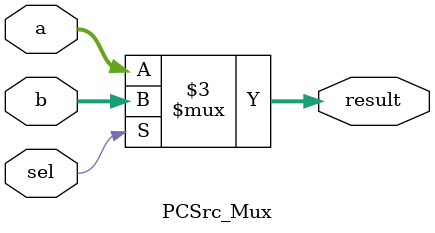
<source format=v>

module PCSrc_Mux(
	input [31:0]a,
	input [31:0]b,
	input sel,
	output reg [31:0] result
	);
	
	always@(*)begin
		//result = (sel == 1'b1)? b : a;
		case (sel)
			1'b1 : result = b;
			default : result = a;
		endcase
		
	end
endmodule


</source>
